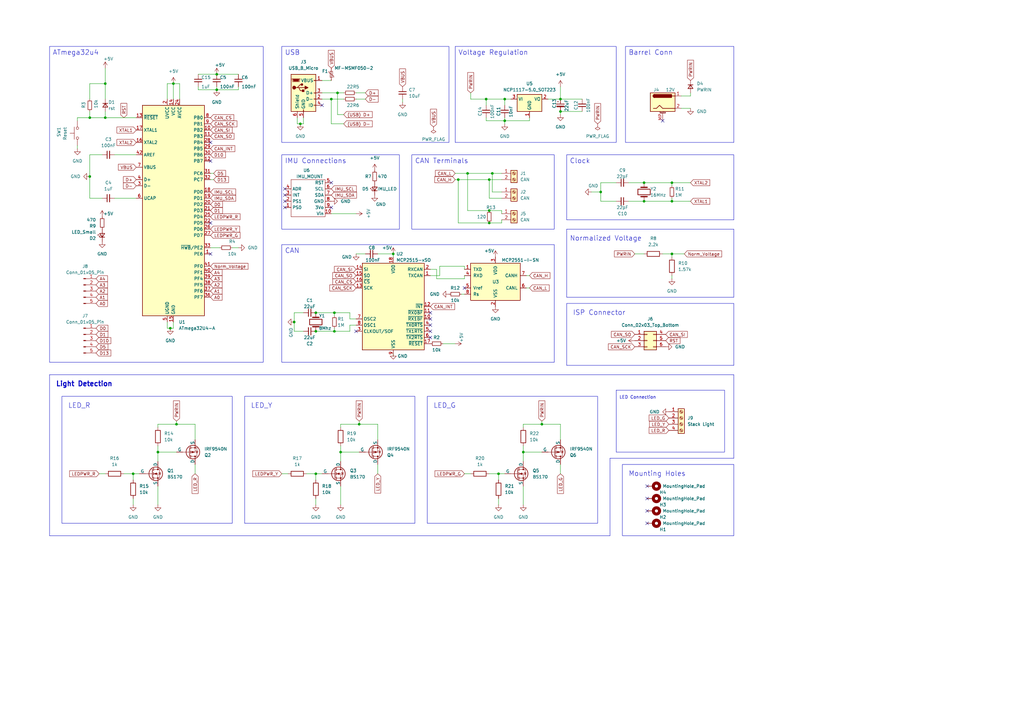
<source format=kicad_sch>
(kicad_sch (version 20230121) (generator eeschema)
  (paper "A3")
  (junction (at 137.16 128.27))
  (junction (at 207.01 49.53))
  (junction (at 191.77 71.12))
  (junction (at 72.39 173.99))
  (junction (at 222.25 173.99))
  (junction (at 199.39 40.64))
  (junction (at 64.77 185.42))
  (junction (at 129.54 135.89))
  (junction (at 36.83 72.39))
  (junction (at 129.54 194.31))
  (junction (at 138.43 38.1))
  (junction (at 200.66 73.66))
  (junction (at 264.16 82.55))
  (junction (at 229.87 45.72))
  (junction (at 161.29 104.14))
  (junction (at 207.01 40.64))
  (junction (at 201.93 71.12))
  (junction (at 264.16 74.93))
  (junction (at 54.61 194.31))
  (junction (at 43.18 34.29))
  (junction (at 229.87 40.64))
  (junction (at 275.59 82.55))
  (junction (at 36.83 48.26))
  (junction (at 120.65 132.08))
  (junction (at 204.47 194.31))
  (junction (at 137.16 135.89))
  (junction (at 88.9 36.83))
  (junction (at 214.63 185.42))
  (junction (at 200.66 86.36))
  (junction (at 88.9 30.48))
  (junction (at 139.7 185.42))
  (junction (at 187.96 73.66))
  (junction (at 69.85 134.62))
  (junction (at 275.59 104.14))
  (junction (at 275.59 74.93))
  (junction (at 129.54 128.27))
  (junction (at 135.89 40.64))
  (junction (at 71.12 34.29))
  (junction (at 200.66 91.44))
  (junction (at 147.32 173.99))
  (junction (at 246.38 78.74))
  (junction (at 43.18 48.26))
  (junction (at 123.19 50.8))
  (no_connect (at 135.89 85.09))
  (no_connect (at 265.43 204.47))
  (no_connect (at 265.43 214.63))
  (no_connect (at 116.84 82.55))
  (no_connect (at 146.05 135.89))
  (no_connect (at 265.43 199.39))
  (no_connect (at 132.08 43.18))
  (no_connect (at 176.53 138.43))
  (no_connect (at 116.84 77.47))
  (no_connect (at 116.84 85.09))
  (no_connect (at 86.36 91.44))
  (no_connect (at 86.36 58.42))
  (no_connect (at 176.53 135.89))
  (no_connect (at 271.78 49.53))
  (no_connect (at 86.36 104.14))
  (no_connect (at 176.53 130.81))
  (no_connect (at 176.53 128.27))
  (no_connect (at 86.36 66.04))
  (no_connect (at 176.53 133.35))
  (no_connect (at 190.5 118.11))
  (no_connect (at 265.43 209.55))
  (no_connect (at 135.89 74.93))
  (no_connect (at 116.84 80.01))
  (wire (pts (xy 271.78 104.14) (xy 275.59 104.14)))
  (wire (pts (xy 125.73 194.31) (xy 129.54 194.31)))
  (wire (pts (xy 64.77 185.42) (xy 64.77 189.23)))
  (wire (pts (xy 207.01 49.53) (xy 207.01 50.8)))
  (wire (pts (xy 224.79 40.64) (xy 229.87 40.64)))
  (wire (pts (xy 193.04 38.1) (xy 193.04 40.64)))
  (wire (pts (xy 200.66 91.44) (xy 205.74 91.44)))
  (wire (pts (xy 87.63 73.66) (xy 86.36 73.66)))
  (wire (pts (xy 199.39 40.64) (xy 199.39 43.18)))
  (wire (pts (xy 132.08 33.02) (xy 135.89 33.02)))
  (wire (pts (xy 143.51 130.81) (xy 146.05 130.81)))
  (wire (pts (xy 43.18 27.94) (xy 43.18 34.29)))
  (polyline (pts (xy 250.19 187.96) (xy 250.19 219.71)))
  (wire (pts (xy 207.01 40.64) (xy 207.01 43.18)))
  (wire (pts (xy 71.12 134.62) (xy 69.85 134.62)))
  (wire (pts (xy 132.08 40.64) (xy 135.89 40.64)))
  (wire (pts (xy 242.57 78.74) (xy 246.38 78.74)))
  (wire (pts (xy 73.66 40.64) (xy 73.66 34.29)))
  (wire (pts (xy 31.75 49.53) (xy 31.75 48.26)))
  (wire (pts (xy 205.74 91.44) (xy 205.74 90.17)))
  (wire (pts (xy 50.8 194.31) (xy 54.61 194.31)))
  (wire (pts (xy 137.16 128.27) (xy 137.16 129.54)))
  (wire (pts (xy 139.7 199.39) (xy 139.7 207.01)))
  (wire (pts (xy 120.65 135.89) (xy 124.46 135.89)))
  (wire (pts (xy 143.51 135.89) (xy 143.51 133.35)))
  (wire (pts (xy 246.38 74.93) (xy 252.73 74.93)))
  (polyline (pts (xy 300.99 153.67) (xy 300.99 187.96)))
  (wire (pts (xy 215.9 113.03) (xy 217.17 113.03)))
  (wire (pts (xy 190.5 109.22) (xy 190.5 110.49)))
  (wire (pts (xy 138.43 38.1) (xy 140.97 38.1)))
  (polyline (pts (xy 20.32 153.67) (xy 300.99 153.67)))
  (wire (pts (xy 115.57 194.31) (xy 118.11 194.31)))
  (wire (pts (xy 283.21 39.37) (xy 283.21 38.1)))
  (wire (pts (xy 81.28 36.83) (xy 88.9 36.83)))
  (wire (pts (xy 205.74 86.36) (xy 205.74 87.63)))
  (wire (pts (xy 229.87 40.64) (xy 238.76 40.64)))
  (wire (pts (xy 279.4 39.37) (xy 283.21 39.37)))
  (wire (pts (xy 95.25 101.6) (xy 97.79 101.6)))
  (wire (pts (xy 68.58 134.62) (xy 69.85 134.62)))
  (wire (pts (xy 138.43 38.1) (xy 138.43 46.99)))
  (wire (pts (xy 201.93 71.12) (xy 201.93 78.74)))
  (wire (pts (xy 72.39 173.99) (xy 80.01 173.99)))
  (wire (pts (xy 54.61 194.31) (xy 54.61 196.85)))
  (wire (pts (xy 36.83 81.28) (xy 41.91 81.28)))
  (wire (pts (xy 68.58 40.64) (xy 68.58 34.29)))
  (wire (pts (xy 129.54 194.31) (xy 129.54 196.85)))
  (wire (pts (xy 246.38 78.74) (xy 246.38 82.55)))
  (wire (pts (xy 68.58 34.29) (xy 71.12 34.29)))
  (wire (pts (xy 161.29 144.78) (xy 161.29 146.05)))
  (wire (pts (xy 200.66 86.36) (xy 205.74 86.36)))
  (wire (pts (xy 143.51 133.35) (xy 146.05 133.35)))
  (wire (pts (xy 275.59 81.28) (xy 275.59 82.55)))
  (wire (pts (xy 124.46 48.26) (xy 124.46 50.8)))
  (wire (pts (xy 200.66 81.28) (xy 205.74 81.28)))
  (wire (pts (xy 275.59 113.03) (xy 275.59 114.3)))
  (wire (pts (xy 154.94 173.99) (xy 154.94 180.34)))
  (wire (pts (xy 135.89 87.63) (xy 146.05 87.63)))
  (wire (pts (xy 43.18 34.29) (xy 43.18 40.64)))
  (wire (pts (xy 147.32 173.99) (xy 147.32 172.72)))
  (wire (pts (xy 36.83 34.29) (xy 43.18 34.29)))
  (wire (pts (xy 229.87 45.72) (xy 238.76 45.72)))
  (wire (pts (xy 207.01 40.64) (xy 209.55 40.64)))
  (wire (pts (xy 154.94 190.5) (xy 154.94 194.31)))
  (wire (pts (xy 214.63 185.42) (xy 214.63 189.23)))
  (wire (pts (xy 161.29 104.14) (xy 161.29 105.41)))
  (wire (pts (xy 64.77 199.39) (xy 64.77 207.01)))
  (wire (pts (xy 181.61 140.97) (xy 186.69 140.97)))
  (wire (pts (xy 68.58 132.08) (xy 68.58 134.62)))
  (wire (pts (xy 64.77 173.99) (xy 72.39 173.99)))
  (wire (pts (xy 146.05 38.1) (xy 149.86 38.1)))
  (wire (pts (xy 257.81 74.93) (xy 264.16 74.93)))
  (wire (pts (xy 71.12 34.29) (xy 71.12 40.64)))
  (wire (pts (xy 137.16 128.27) (xy 143.51 128.27)))
  (wire (pts (xy 139.7 185.42) (xy 139.7 182.88)))
  (wire (pts (xy 146.05 40.64) (xy 149.86 40.64)))
  (wire (pts (xy 193.04 40.64) (xy 199.39 40.64)))
  (wire (pts (xy 132.08 38.1) (xy 138.43 38.1)))
  (wire (pts (xy 154.94 104.14) (xy 161.29 104.14)))
  (wire (pts (xy 80.01 173.99) (xy 80.01 180.34)))
  (wire (pts (xy 129.54 135.89) (xy 137.16 135.89)))
  (polyline (pts (xy 300.99 187.96) (xy 250.19 187.96)))
  (wire (pts (xy 214.63 185.42) (xy 222.25 185.42)))
  (wire (pts (xy 120.65 128.27) (xy 124.46 128.27)))
  (wire (pts (xy 88.9 35.56) (xy 88.9 36.83)))
  (wire (pts (xy 180.34 109.22) (xy 180.34 113.03)))
  (wire (pts (xy 180.34 109.22) (xy 190.5 109.22)))
  (wire (pts (xy 165.1 41.91) (xy 165.1 40.64)))
  (wire (pts (xy 71.12 132.08) (xy 71.12 134.62)))
  (wire (pts (xy 279.4 44.45) (xy 283.21 44.45)))
  (wire (pts (xy 87.63 71.12) (xy 86.36 71.12)))
  (wire (pts (xy 199.39 48.26) (xy 199.39 49.53)))
  (wire (pts (xy 217.17 49.53) (xy 207.01 49.53)))
  (wire (pts (xy 88.9 36.83) (xy 97.79 36.83)))
  (wire (pts (xy 135.89 40.64) (xy 135.89 50.8)))
  (wire (pts (xy 81.28 36.83) (xy 81.28 35.56)))
  (wire (pts (xy 129.54 204.47) (xy 129.54 207.01)))
  (wire (pts (xy 257.81 82.55) (xy 264.16 82.55)))
  (wire (pts (xy 43.18 48.26) (xy 55.88 48.26)))
  (wire (pts (xy 137.16 134.62) (xy 137.16 135.89)))
  (wire (pts (xy 190.5 194.31) (xy 193.04 194.31)))
  (wire (pts (xy 179.07 114.3) (xy 190.5 114.3)))
  (wire (pts (xy 190.5 120.65) (xy 189.23 120.65)))
  (wire (pts (xy 222.25 173.99) (xy 222.25 172.72)))
  (wire (pts (xy 204.47 194.31) (xy 204.47 196.85)))
  (wire (pts (xy 143.51 128.27) (xy 143.51 130.81)))
  (wire (pts (xy 204.47 204.47) (xy 204.47 207.01)))
  (wire (pts (xy 214.63 185.42) (xy 214.63 182.88)))
  (wire (pts (xy 41.91 63.5) (xy 36.83 63.5)))
  (wire (pts (xy 229.87 45.72) (xy 229.87 46.99)))
  (wire (pts (xy 199.39 49.53) (xy 207.01 49.53)))
  (wire (pts (xy 200.66 91.44) (xy 187.96 91.44)))
  (wire (pts (xy 121.92 50.8) (xy 123.19 50.8)))
  (wire (pts (xy 264.16 82.55) (xy 275.59 82.55)))
  (wire (pts (xy 229.87 35.56) (xy 229.87 40.64)))
  (wire (pts (xy 86.36 101.6) (xy 90.17 101.6)))
  (wire (pts (xy 186.69 73.66) (xy 187.96 73.66)))
  (wire (pts (xy 46.99 81.28) (xy 55.88 81.28)))
  (wire (pts (xy 229.87 173.99) (xy 229.87 180.34)))
  (wire (pts (xy 64.77 185.42) (xy 72.39 185.42)))
  (wire (pts (xy 147.32 173.99) (xy 154.94 173.99)))
  (wire (pts (xy 199.39 40.64) (xy 207.01 40.64)))
  (wire (pts (xy 123.19 50.8) (xy 124.46 50.8)))
  (wire (pts (xy 36.83 63.5) (xy 36.83 72.39)))
  (polyline (pts (xy 20.32 219.71) (xy 20.32 153.67)))
  (wire (pts (xy 73.66 34.29) (xy 71.12 34.29)))
  (wire (pts (xy 36.83 45.72) (xy 36.83 48.26)))
  (wire (pts (xy 138.43 46.99) (xy 140.97 46.99)))
  (wire (pts (xy 36.83 72.39) (xy 36.83 81.28)))
  (wire (pts (xy 120.65 132.08) (xy 120.65 128.27)))
  (wire (pts (xy 229.87 190.5) (xy 229.87 194.31)))
  (wire (pts (xy 55.88 63.5) (xy 46.99 63.5)))
  (wire (pts (xy 264.16 74.93) (xy 275.59 74.93)))
  (wire (pts (xy 36.83 40.64) (xy 36.83 34.29)))
  (wire (pts (xy 215.9 118.11) (xy 217.17 118.11)))
  (wire (pts (xy 204.47 194.31) (xy 207.01 194.31)))
  (wire (pts (xy 121.92 48.26) (xy 121.92 50.8)))
  (wire (pts (xy 176.53 110.49) (xy 179.07 110.49)))
  (wire (pts (xy 54.61 204.47) (xy 54.61 207.01)))
  (wire (pts (xy 222.25 173.99) (xy 229.87 173.99)))
  (wire (pts (xy 217.17 48.26) (xy 217.17 49.53)))
  (wire (pts (xy 36.83 48.26) (xy 43.18 48.26)))
  (wire (pts (xy 146.05 104.14) (xy 149.86 104.14)))
  (wire (pts (xy 139.7 185.42) (xy 147.32 185.42)))
  (wire (pts (xy 200.66 73.66) (xy 200.66 81.28)))
  (wire (pts (xy 214.63 173.99) (xy 214.63 175.26)))
  (wire (pts (xy 81.28 30.48) (xy 88.9 30.48)))
  (wire (pts (xy 135.89 40.64) (xy 140.97 40.64)))
  (wire (pts (xy 275.59 82.55) (xy 283.21 82.55)))
  (wire (pts (xy 129.54 128.27) (xy 137.16 128.27)))
  (wire (pts (xy 135.89 50.8) (xy 140.97 50.8)))
  (wire (pts (xy 275.59 104.14) (xy 280.67 104.14)))
  (wire (pts (xy 31.75 48.26) (xy 36.83 48.26)))
  (wire (pts (xy 120.65 132.08) (xy 120.65 135.89)))
  (polyline (pts (xy 250.19 219.71) (xy 20.32 219.71)))
  (wire (pts (xy 275.59 74.93) (xy 275.59 76.2)))
  (wire (pts (xy 64.77 173.99) (xy 64.77 175.26)))
  (wire (pts (xy 88.9 30.48) (xy 97.79 30.48)))
  (wire (pts (xy 214.63 173.99) (xy 222.25 173.99)))
  (wire (pts (xy 201.93 78.74) (xy 205.74 78.74)))
  (wire (pts (xy 187.96 73.66) (xy 200.66 73.66)))
  (wire (pts (xy 187.96 91.44) (xy 187.96 73.66)))
  (wire (pts (xy 64.77 185.42) (xy 64.77 182.88)))
  (wire (pts (xy 40.64 194.31) (xy 43.18 194.31)))
  (wire (pts (xy 54.61 194.31) (xy 57.15 194.31)))
  (wire (pts (xy 200.66 73.66) (xy 205.74 73.66)))
  (wire (pts (xy 72.39 173.99) (xy 72.39 172.72)))
  (wire (pts (xy 139.7 173.99) (xy 139.7 175.26)))
  (wire (pts (xy 179.07 110.49) (xy 179.07 114.3)))
  (wire (pts (xy 186.69 71.12) (xy 191.77 71.12)))
  (wire (pts (xy 129.54 194.31) (xy 132.08 194.31)))
  (wire (pts (xy 275.59 74.93) (xy 283.21 74.93)))
  (wire (pts (xy 246.38 82.55) (xy 252.73 82.55)))
  (wire (pts (xy 97.79 36.83) (xy 97.79 35.56)))
  (wire (pts (xy 201.93 71.12) (xy 205.74 71.12)))
  (wire (pts (xy 191.77 86.36) (xy 191.77 71.12)))
  (wire (pts (xy 275.59 105.41) (xy 275.59 104.14)))
  (wire (pts (xy 260.35 104.14) (xy 264.16 104.14)))
  (wire (pts (xy 43.18 45.72) (xy 43.18 48.26)))
  (wire (pts (xy 200.66 194.31) (xy 204.47 194.31)))
  (wire (pts (xy 139.7 173.99) (xy 147.32 173.99)))
  (wire (pts (xy 139.7 185.42) (xy 139.7 189.23)))
  (wire (pts (xy 80.01 190.5) (xy 80.01 194.31)))
  (wire (pts (xy 31.75 59.69) (xy 31.75 60.96)))
  (wire (pts (xy 214.63 199.39) (xy 214.63 207.01)))
  (wire (pts (xy 200.66 86.36) (xy 191.77 86.36)))
  (wire (pts (xy 137.16 135.89) (xy 143.51 135.89)))
  (wire (pts (xy 190.5 114.3) (xy 190.5 113.03)))
  (wire (pts (xy 176.53 113.03) (xy 180.34 113.03)))
  (wire (pts (xy 246.38 78.74) (xy 246.38 74.93)))
  (wire (pts (xy 191.77 71.12) (xy 201.93 71.12)))
  (wire (pts (xy 207.01 48.26) (xy 207.01 49.53)))
  (rectangle (start 168.91 63.5) (end 227.33 93.98))
  (rectangle (start 256.54 19.05) (end 300.99 58.42))
  (rectangle (start 232.41 63.5) (end 300.99 90.17))
  (rectangle (start 232.41 124.46) (end 300.99 149.86))
  (rectangle (start 20.32 19.05) (end 107.95 148.59))
  (rectangle (start 100.33 162.56) (end 170.18 214.63))
  (rectangle (start 175.26 162.56) (end 245.11 214.63))
  (rectangle (start 255.27 190.5) (end 300.99 219.71))
  (rectangle (start 115.57 100.33) (end 227.33 148.59))
  (rectangle (start 115.57 19.05) (end 184.15 58.42))
  (rectangle (start 232.41 93.98) (end 300.99 121.92))
  (rectangle (start 25.4 162.56) (end 95.25 214.63))
  (rectangle (start 115.57 63.5) (end 163.83 93.98))
  (rectangle (start 252.73 160.02) (end 297.18 185.42))
  (rectangle (start 186.69 19.05) (end 252.73 58.42))
  (text "Mounting Holes" (at 257.81 195.58 0) (effects (font (size 2 2)) (justify left bottom)))
  (text "Voltage Regulation" (at 187.96 22.86 0) (effects (font (size 2 2)) (justify left bottom)))
  (text "CAN" (at 116.84 104.14 0) (effects (font (size 2 2)) (justify left bottom)))
  (text "CAN Terminals" (at 170.18 67.31 0) (effects (font (size 2 2)) (justify left bottom)))
  (text "USB\n" (at 116.84 22.86 0) (effects (font (size 2 2)) (justify left bottom)))
  (text "Light Detection " (at 22.86 158.75 0) (effects (font (size 2 2) (thickness 0.4) bold) (justify left bottom)))
  (text "Barrel Conn\n" (at 257.81 22.86 0) (effects (font (size 2 2)) (justify left bottom)))
  (text "LED_R" (at 27.94 167.64 0) (effects (font (size 2 2)) (justify left bottom)))
  (text "Normalized Voltage" (at 233.68 99.06 0) (effects (font (size 2 2)) (justify left bottom)))
  (text "ISP Connector\n" (at 234.95 129.54 0) (effects (font (size 2 2)) (justify left bottom)))
  (text "IMU Connections\n" (at 116.84 67.31 0) (effects (font (size 2 2)) (justify left bottom)))
  (text "Clock\n" (at 233.68 67.31 0) (effects (font (size 2 2)) (justify left bottom)))
  (text "LED Connection" (at 254 163.83 0) (effects (font (size 1.27 1.27)) (justify left bottom)))
  (text "LED_G" (at 177.8 167.64 0) (effects (font (size 2 2)) (justify left bottom)))
  (text "LED_Y" (at 102.87 167.64 0) (effects (font (size 2 2)) (justify left bottom)))
  (text "ATmega32u4\n" (at 21.59 22.86 0) (effects (font (size 2 2)) (justify left bottom)))
  (global_label "D+" (shape input) (at 55.88 73.66 180) (property "Intersheetrefs" "${INTERSHEET_REFS}" (at 50.0524 73.66 0) (effects (justify right))))
  (global_label "A1" (shape input) (at 86.36 119.38 0) (property "Intersheetrefs" "${INTERSHEET_REFS}" (at 91.6433 119.38 0) (effects (justify left))))
  (global_label "CAN_SO" (shape input) (at 146.05 113.03 180) (property "Intersheetrefs" "${INTERSHEET_REFS}" (at 135.8681 113.03 0) (effects (justify right))))
  (global_label "LED_Y" (shape input) (at 154.94 194.31 270) (property "Intersheetrefs" "${INTERSHEET_REFS}" (at 154.94 202.7985 90) (effects (justify right))))
  (global_label "LED_G" (shape input) (at 274.32 171.45 180) (property "Intersheetrefs" "${INTERSHEET_REFS}" (at 265.6501 171.45 0) (effects (justify right))))
  (global_label "PWRIN" (shape input) (at 222.25 172.72 90) (property "Intersheetrefs" "${INTERSHEET_REFS}" (at 222.25 163.8081 90) (effects (justify left))))
  (global_label "CAN_SI" (shape input) (at 86.36 53.34 0) (property "Intersheetrefs" "${INTERSHEET_REFS}" (at 95.8162 53.34 0) (effects (justify left))))
  (global_label "A2" (shape input) (at 86.36 116.84 0) (property "Intersheetrefs" "${INTERSHEET_REFS}" (at 91.6433 116.84 0) (effects (justify left))))
  (global_label "PWRIN" (shape input) (at 147.32 172.72 90) (property "Intersheetrefs" "${INTERSHEET_REFS}" (at 147.32 163.8081 90) (effects (justify left))))
  (global_label "LED_G" (shape input) (at 229.87 194.31 270) (property "Intersheetrefs" "${INTERSHEET_REFS}" (at 229.87 202.9799 90) (effects (justify right))))
  (global_label "IMU_SCL" (shape input) (at 135.89 77.47 0) (property "Intersheetrefs" "${INTERSHEET_REFS}" (at 146.7371 77.47 0) (effects (justify left))))
  (global_label "CAN_SO" (shape input) (at 86.36 55.88 0) (property "Intersheetrefs" "${INTERSHEET_REFS}" (at 96.5419 55.88 0) (effects (justify left))))
  (global_label "D10" (shape input) (at 39.37 139.7 0) (property "Intersheetrefs" "${INTERSHEET_REFS}" (at 46.0442 139.7 0) (effects (justify left))))
  (global_label "(USB) D+" (shape input) (at 140.97 46.99 0) (property "Intersheetrefs" "${INTERSHEET_REFS}" (at 153.2686 46.99 0) (effects (justify left))))
  (global_label "A1" (shape input) (at 39.37 121.92 0) (property "Intersheetrefs" "${INTERSHEET_REFS}" (at 44.6533 121.92 0) (effects (justify left))))
  (global_label "IMU_SDA" (shape input) (at 86.36 81.28 0) (property "Intersheetrefs" "${INTERSHEET_REFS}" (at 97.2676 81.28 0) (effects (justify left))))
  (global_label "CAN_CS" (shape input) (at 86.36 48.26 0) (property "Intersheetrefs" "${INTERSHEET_REFS}" (at 96.4814 48.26 0) (effects (justify left))))
  (global_label "A0" (shape input) (at 86.36 121.92 0) (property "Intersheetrefs" "${INTERSHEET_REFS}" (at 91.6433 121.92 0) (effects (justify left))))
  (global_label "LEDPWR_G" (shape input) (at 86.36 96.52 0) (property "Intersheetrefs" "${INTERSHEET_REFS}" (at 99.0213 96.52 0) (effects (justify left))))
  (global_label "LED_R" (shape input) (at 80.01 194.31 270) (property "Intersheetrefs" "${INTERSHEET_REFS}" (at 80.01 202.9799 90) (effects (justify right))))
  (global_label "LEDPWR_Y" (shape input) (at 115.57 194.31 180) (property "Intersheetrefs" "${INTERSHEET_REFS}" (at 103.0901 194.31 0) (effects (justify right))))
  (global_label "D0" (shape input) (at 86.36 83.82 0) (property "Intersheetrefs" "${INTERSHEET_REFS}" (at 91.8247 83.82 0) (effects (justify left))))
  (global_label "VBUS" (shape input) (at 165.1 35.56 90) (property "Intersheetrefs" "${INTERSHEET_REFS}" (at 165.1 27.6762 90) (effects (justify left))))
  (global_label "D13" (shape input) (at 39.37 144.78 0) (property "Intersheetrefs" "${INTERSHEET_REFS}" (at 46.0442 144.78 0) (effects (justify left))))
  (global_label "D1" (shape input) (at 39.37 137.16 0) (property "Intersheetrefs" "${INTERSHEET_REFS}" (at 44.8347 137.16 0) (effects (justify left))))
  (global_label "CAN_SCK" (shape input) (at 146.05 118.11 180) (property "Intersheetrefs" "${INTERSHEET_REFS}" (at 134.6586 118.11 0) (effects (justify right))))
  (global_label "D10" (shape input) (at 86.36 63.5 0) (property "Intersheetrefs" "${INTERSHEET_REFS}" (at 93.0342 63.5 0) (effects (justify left))))
  (global_label "D5" (shape input) (at 87.63 71.12 0) (property "Intersheetrefs" "${INTERSHEET_REFS}" (at 93.0947 71.12 0) (effects (justify left))))
  (global_label "IMU_SCL" (shape input) (at 86.36 78.74 0) (property "Intersheetrefs" "${INTERSHEET_REFS}" (at 97.2071 78.74 0) (effects (justify left))))
  (global_label "D13" (shape input) (at 87.63 73.66 0) (property "Intersheetrefs" "${INTERSHEET_REFS}" (at 94.3042 73.66 0) (effects (justify left))))
  (global_label "A3" (shape input) (at 86.36 114.3 0) (property "Intersheetrefs" "${INTERSHEET_REFS}" (at 91.6433 114.3 0) (effects (justify left))))
  (global_label "D-" (shape input) (at 55.88 76.2 180) (property "Intersheetrefs" "${INTERSHEET_REFS}" (at 50.0524 76.2 0) (effects (justify right))))
  (global_label "CAN_SCK" (shape input) (at 260.35 142.24 180) (property "Intersheetrefs" "${INTERSHEET_REFS}" (at 248.9586 142.24 0) (effects (justify right))))
  (global_label "Norm_Voltage" (shape input) (at 280.67 104.14 0) (property "Intersheetrefs" "${INTERSHEET_REFS}" (at 296.5969 104.14 0) (effects (justify left))))
  (global_label "XTAL2" (shape input) (at 283.21 74.93 0) (property "Intersheetrefs" "${INTERSHEET_REFS}" (at 291.6985 74.93 0) (effects (justify left))))
  (global_label "VBUS" (shape input) (at 177.8 52.07 90) (property "Intersheetrefs" "${INTERSHEET_REFS}" (at 177.8 44.1862 90) (effects (justify left))))
  (global_label "XTAL1" (shape input) (at 55.88 53.34 180) (property "Intersheetrefs" "${INTERSHEET_REFS}" (at 47.3915 53.34 0) (effects (justify right))))
  (global_label "RST" (shape input) (at 50.8 48.26 90) (property "Intersheetrefs" "${INTERSHEET_REFS}" (at 50.8 41.8277 90) (effects (justify left))))
  (global_label "PWRIN" (shape input) (at 283.21 33.02 90) (property "Intersheetrefs" "${INTERSHEET_REFS}" (at 283.21 24.1081 90) (effects (justify left))))
  (global_label "CAN_CS" (shape input) (at 146.05 115.57 180) (property "Intersheetrefs" "${INTERSHEET_REFS}" (at 135.9286 115.57 0) (effects (justify right))))
  (global_label "CAN_INT" (shape input) (at 176.53 125.73 0) (property "Intersheetrefs" "${INTERSHEET_REFS}" (at 187.0748 125.73 0) (effects (justify left))))
  (global_label "A0" (shape input) (at 39.37 124.46 0) (property "Intersheetrefs" "${INTERSHEET_REFS}" (at 44.6533 124.46 0) (effects (justify left))))
  (global_label "A3" (shape input) (at 39.37 116.84 0) (property "Intersheetrefs" "${INTERSHEET_REFS}" (at 44.6533 116.84 0) (effects (justify left))))
  (global_label "LEDPWR_Y" (shape input) (at 86.36 93.98 0) (property "Intersheetrefs" "${INTERSHEET_REFS}" (at 98.8399 93.98 0) (effects (justify left))))
  (global_label "LEDPWR_R" (shape input) (at 86.36 88.9 0) (property "Intersheetrefs" "${INTERSHEET_REFS}" (at 99.0213 88.9 0) (effects (justify left))))
  (global_label "CAN_SO" (shape input) (at 260.35 137.16 180) (property "Intersheetrefs" "${INTERSHEET_REFS}" (at 250.1681 137.16 0) (effects (justify right))))
  (global_label "LED_Y" (shape input) (at 274.32 173.99 180) (property "Intersheetrefs" "${INTERSHEET_REFS}" (at 265.8315 173.99 0) (effects (justify right))))
  (global_label "CAN_H" (shape input) (at 186.69 73.66 180) (property "Intersheetrefs" "${INTERSHEET_REFS}" (at 177.7176 73.66 0) (effects (justify right))))
  (global_label "D+" (shape input) (at 149.86 38.1 0) (property "Intersheetrefs" "${INTERSHEET_REFS}" (at 155.6876 38.1 0) (effects (justify left))))
  (global_label "CAN_L" (shape input) (at 217.17 118.11 0) (property "Intersheetrefs" "${INTERSHEET_REFS}" (at 225.84 118.11 0) (effects (justify left))))
  (global_label "PWRIN" (shape input) (at 72.39 172.72 90) (property "Intersheetrefs" "${INTERSHEET_REFS}" (at 72.39 163.8081 90) (effects (justify left))))
  (global_label "CAN_SI" (shape input) (at 146.05 110.49 180) (property "Intersheetrefs" "${INTERSHEET_REFS}" (at 136.5938 110.49 0) (effects (justify right))))
  (global_label "A4" (shape input) (at 86.36 111.76 0) (property "Intersheetrefs" "${INTERSHEET_REFS}" (at 91.6433 111.76 0) (effects (justify left))))
  (global_label "PWRIN" (shape input) (at 193.04 38.1 90) (property "Intersheetrefs" "${INTERSHEET_REFS}" (at 193.04 29.1881 90) (effects (justify left))))
  (global_label "LED_R" (shape input) (at 274.32 176.53 180) (property "Intersheetrefs" "${INTERSHEET_REFS}" (at 265.6501 176.53 0) (effects (justify right))))
  (global_label "A4" (shape input) (at 39.37 114.3 0) (property "Intersheetrefs" "${INTERSHEET_REFS}" (at 44.6533 114.3 0) (effects (justify left))))
  (global_label "XTAL2" (shape input) (at 55.88 58.42 180) (property "Intersheetrefs" "${INTERSHEET_REFS}" (at 47.3915 58.42 0) (effects (justify right))))
  (global_label "Norm_Voltage" (shape input) (at 86.36 109.22 0) (property "Intersheetrefs" "${INTERSHEET_REFS}" (at 102.2869 109.22 0) (effects (justify left))))
  (global_label "A2" (shape input) (at 39.37 119.38 0) (property "Intersheetrefs" "${INTERSHEET_REFS}" (at 44.6533 119.38 0) (effects (justify left))))
  (global_label "CAN_INT" (shape input) (at 86.36 60.96 0) (property "Intersheetrefs" "${INTERSHEET_REFS}" (at 96.9048 60.96 0) (effects (justify left))))
  (global_label "CAN_L" (shape input) (at 186.69 71.12 180) (property "Intersheetrefs" "${INTERSHEET_REFS}" (at 178.02 71.12 0) (effects (justify right))))
  (global_label "D5" (shape input) (at 39.37 142.24 0) (property "Intersheetrefs" "${INTERSHEET_REFS}" (at 44.8347 142.24 0) (effects (justify left))))
  (global_label "XTAL1" (shape input) (at 283.21 82.55 0) (property "Intersheetrefs" "${INTERSHEET_REFS}" (at 291.6985 82.55 0) (effects (justify left))))
  (global_label "PWRIN" (shape input) (at 260.35 104.14 180) (property "Intersheetrefs" "${INTERSHEET_REFS}" (at 251.4381 104.14 0) (effects (justify right))))
  (global_label "IMU_SDA" (shape input) (at 135.89 80.01 0) (property "Intersheetrefs" "${INTERSHEET_REFS}" (at 146.7976 80.01 0) (effects (justify left))))
  (global_label "LEDPWR_G" (shape input) (at 190.5 194.31 180) (property "Intersheetrefs" "${INTERSHEET_REFS}" (at 177.8387 194.31 0) (effects (justify right))))
  (global_label "RST" (shape input) (at 273.05 139.7 0) (property "Intersheetrefs" "${INTERSHEET_REFS}" (at 279.4823 139.7 0) (effects (justify left))))
  (global_label "CAN_SI" (shape input) (at 273.05 137.16 0) (property "Intersheetrefs" "${INTERSHEET_REFS}" (at 282.5062 137.16 0) (effects (justify left))))
  (global_label "CAN_SCK" (shape input) (at 86.36 50.8 0) (property "Intersheetrefs" "${INTERSHEET_REFS}" (at 97.7514 50.8 0) (effects (justify left))))
  (global_label "(USB) D-" (shape input) (at 140.97 50.8 0) (property "Intersheetrefs" "${INTERSHEET_REFS}" (at 153.2686 50.8 0) (effects (justify left))))
  (global_label "VBUS" (shape input) (at 55.88 68.58 180) (property "Intersheetrefs" "${INTERSHEET_REFS}" (at 47.9962 68.58 0) (effects (justify right))))
  (global_label "VBUS" (shape input) (at 135.89 27.94 90) (property "Intersheetrefs" "${INTERSHEET_REFS}" (at 135.89 20.0562 90) (effects (justify left))))
  (global_label "CAN_H" (shape input) (at 217.17 113.03 0) (property "Intersheetrefs" "${INTERSHEET_REFS}" (at 226.1424 113.03 0) (effects (justify left))))
  (global_label "LEDPWR_R" (shape input) (at 40.64 194.31 180) (property "Intersheetrefs" "${INTERSHEET_REFS}" (at 27.9787 194.31 0) (effects (justify right))))
  (global_label "D-" (shape input) (at 149.86 40.64 0) (property "Intersheetrefs" "${INTERSHEET_REFS}" (at 155.6876 40.64 0) (effects (justify left))))
  (global_label "D1" (shape input) (at 86.36 86.36 0) (property "Intersheetrefs" "${INTERSHEET_REFS}" (at 91.8247 86.36 0) (effects (justify left))))
  (global_label "D0" (shape input) (at 39.37 134.62 0) (property "Intersheetrefs" "${INTERSHEET_REFS}" (at 44.8347 134.62 0) (effects (justify left))))
  (global_label "PWRIN" (shape input) (at 245.11 50.8 90) (property "Intersheetrefs" "${INTERSHEET_REFS}" (at 245.11 41.8881 90) (effects (justify left))))
  (symbol (lib_id "power:GND") (at 36.83 72.39 270) (unit 1)
    (property "Reference" "#PWR010" (effects hide))
    (property "Value" "GND" (at 33.02 72.39 90) (effects (justify right)))
  )
  (symbol (lib_id "Connector:Conn_01x05_Pin") (at 34.29 119.38 0) (unit 1)
    (property "Reference" "J8" (at 34.925 109.22 0))
    (property "Value" "Conn_01x05_Pin" (at 34.925 111.76 0))
    (property "Footprint" "Connector_PinHeader_2.54mm:PinHeader_1x05_P2.54mm_Vertical" (effects hide))
  )
  (symbol (lib_id "Device:C_Small") (at 81.28 33.02 0) (unit 1)
    (property "Reference" "C15" (at 82.55 31.75 0) (effects (justify left)))
    (property "Value" "1uF" (at 82.55 35.56 0) (effects (justify left)))
    (property "Footprint" "Capacitor_SMD:C_0805_2012Metric_Pad1.18x1.45mm_HandSolder" (effects hide))
  )
  (symbol (lib_id "Mechanical:MountingHole_Pad") (at 267.97 199.39 270) (unit 1)
    (property "Reference" "H4" (at 270.51 201.93 90) (effects (justify left)))
    (property "Value" "MountingHole_Pad" (at 271.78 199.39 90) (effects (justify left)))
    (property "Footprint" "MountingHole:MountingHole_3.2mm_M3_DIN965_Pad" (effects hide))
  )
  (symbol (lib_id "power:+5V") (at 43.18 27.94 0) (unit 1)
    (property "Reference" "#PWR012" (effects hide))
    (property "Value" "+5V" (at 44.45 24.13 0))
  )
  (symbol (lib_id "Device:C_Small") (at 207.01 45.72 180) (unit 1)
    (property "Reference" "C11" (at 204.47 45.72 90))
    (property "Value" "10nF" (at 209.55 45.72 90))
    (property "Footprint" "Capacitor_SMD:C_0805_2012Metric_Pad1.18x1.45mm_HandSolder" (effects hide))
  )
  (symbol (lib_id "Device:R") (at 214.63 179.07 0) (unit 1)
    (property "Reference" "R22" (at 217.17 177.8 0) (effects (justify left)))
    (property "Value" "10k" (at 217.17 180.34 0) (effects (justify left)))
    (property "Footprint" "Resistor_SMD:R_0805_2012Metric_Pad1.20x1.40mm_HandSolder" (effects hide))
  )
  (symbol (lib_id "Simulation_SPICE:PMOS") (at 152.4 185.42 0) (mirror x) (unit 1)
    (property "Reference" "Q4" (at 158.75 186.69 0) (effects (justify left)))
    (property "Value" "IRF9540N" (at 158.75 184.15 0) (effects (justify left)))
    (property "Footprint" "Package_TO_SOT_THT:TO-220-3_Vertical" (effects hide))
    (property "Datasheet" "https://ngspice.sourceforge.io/docs/ngspice-manual.pdf" (effects hide))
    (property "Sim.Device" "PMOS" (effects hide))
    (property "Sim.Type" "VDMOS" (effects hide))
    (property "Sim.Pins" "1=D 2=G 3=S" (effects hide))
  )
  (symbol (lib_id "power:GND") (at 41.91 99.06 0) (unit 1)
    (property "Reference" "#PWR024" (effects hide))
    (property "Value" "GND" (at 41.91 104.14 0))
  )
  (symbol (lib_id "Simulation_SPICE:NMOS") (at 137.16 194.31 0) (unit 1)
    (property "Reference" "Q3" (at 143.51 193.04 0) (effects (justify left)))
    (property "Value" "BS170" (at 143.51 195.58 0) (effects (justify left)))
    (property "Footprint" "Package_TO_SOT_THT:TO-92_Inline" (effects hide))
    (property "Datasheet" "https://ngspice.sourceforge.io/docs/ngspice-manual.pdf" (effects hide))
    (property "Sim.Device" "NMOS" (effects hide))
    (property "Sim.Type" "VDMOS" (effects hide))
    (property "Sim.Pins" "1=D 2=G 3=S" (effects hide))
  )
  (symbol (lib_id "Device:C_Small") (at 127 128.27 90) (unit 1)
    (property "Reference" "C1" (at 127 123.19 90))
    (property "Value" "22uF" (at 127 125.73 90))
    (property "Footprint" "Capacitor_SMD:C_0805_2012Metric_Pad1.18x1.45mm_HandSolder" (effects hide))
  )
  (symbol (lib_id "Connector:Screw_Terminal_01x02") (at 210.82 87.63 0) (unit 1)
    (property "Reference" "J5" (at 213.36 87.63 0) (effects (justify left)))
    (property "Value" "CAN" (at 213.36 90.17 0) (effects (justify left)))
    (property "Footprint" "TerminalBlock_Phoenix:TerminalBlock_Phoenix_MKDS-1,5-2_1x02_P5.00mm_Horizontal" (effects hide))
  )
  (symbol (lib_id "Device:C_Small") (at 97.79 33.02 0) (unit 1)
    (property "Reference" "C6" (at 99.06 31.75 0) (effects (justify left)))
    (property "Value" "100nF" (at 99.06 35.56 0) (effects (justify left)))
    (property "Footprint" "Capacitor_SMD:C_0805_2012Metric_Pad1.18x1.45mm_HandSolder" (effects hide))
  )
  (symbol (lib_id "power:GND") (at 129.54 207.01 0) (unit 1)
    (property "Reference" "#PWR033" (effects hide))
    (property "Value" "GND" (at 129.54 212.09 0))
  )
  (symbol (lib_id "Device:C_Small") (at 127 135.89 270) (unit 1)
    (property "Reference" "C2" (at 127 140.97 90))
    (property "Value" "22uF" (at 127 138.43 90))
    (property "Footprint" "Capacitor_SMD:C_0805_2012Metric_Pad1.18x1.45mm_HandSolder" (effects hide))
  )
  (symbol (lib_id "Device:Polyfuse_Small") (at 135.89 30.48 0) (unit 1)
    (property "Reference" "F1" (at 132.08 29.21 0) (effects (justify left)))
    (property "Value" "MF-MSMF050-2" (at 137.16 27.94 0) (effects (justify left)))
    (property "Footprint" "Fuse:Fuse_1812_4532Metric_Pad1.30x3.40mm_HandSolder" (effects hide))
  )
  (symbol (lib_id "Regulator_Linear:NCP1117-5.0_SOT223") (at 217.17 40.64 0) (unit 1)
    (property "Reference" "U5" (at 217.17 34.29 0))
    (property "Value" "NCP1117-5.0_SOT223" (at 217.17 36.83 0))
    (property "Footprint" "Package_TO_SOT_SMD:SOT-223-3_TabPin2" (effects hide))
    (property "Datasheet" "http://www.onsemi.com/pub_link/Collateral/NCP1117-D.PDF" (effects hide))
  )
  (symbol (lib_id "power:GND") (at 203.2 125.73 0) (unit 1)
    (property "Reference" "#PWR07" (effects hide))
    (property "Value" "GND" (at 203.2 130.81 0))
  )
  (symbol (lib_id "Device:D_Small") (at 283.21 35.56 270) (unit 1)
    (property "Reference" "D4" (at 285.75 34.29 90) (effects (justify left)))
    (property "Value" "PWRIN" (at 285.75 36.83 90) (effects (justify left)))
    (property "Footprint" "Diode_SMD:D_SOD-323" (effects hide))
    (property "Sim.Device" "D" (effects hide))
    (property "Sim.Pins" "1=K 2=A" (effects hide))
  )
  (symbol (lib_id "Device:Crystal") (at 129.54 132.08 90) (unit 1)
    (property "Reference" "Y1" (at 130.81 129.54 90) (effects (justify right)))
    (property "Value" "8Mhz" (at 130.81 134.62 90) (effects (justify right)))
    (property "Footprint" "Crystal:Crystal_HC49-4H_Vertical" (effects hide))
  )
  (symbol (lib_id "Device:C_Small") (at 44.45 81.28 90) (unit 1)
    (property "Reference" "C4" (at 44.4563 74.93 90))
    (property "Value" "1uF" (at 44.4563 77.47 90))
    (property "Footprint" "Capacitor_SMD:C_0805_2012Metric_Pad1.18x1.45mm_HandSolder" (effects hide))
  )
  (symbol (lib_id "power:GND") (at 123.19 50.8 0) (unit 1)
    (property "Reference" "#PWR015" (effects hide))
    (property "Value" "GND" (at 123.19 55.88 0))
  )
  (symbol (lib_id "Connector:Barrel_Jack_MountingPin") (at 271.78 41.91 0) (unit 1)
    (property "Reference" "J4" (at 267.97 36.83 0) (effects (justify left)))
    (property "Value" "12V" (at 273.05 36.83 0) (effects (justify left)))
    (property "Footprint" "Connector_BarrelJack:BarrelJack_Horizontal" (effects hide))
  )
  (symbol (lib_id "power:GND") (at 97.79 101.6 90) (unit 1)
    (property "Reference" "#PWR014" (effects hide))
    (property "Value" "GND" (at 101.6 101.6 90) (effects (justify right)))
  )
  (symbol (lib_id "Interface_CAN_LIN:MCP2515-xSO") (at 161.29 125.73 0) (unit 1)
    (property "Reference" "U2" (at 162.56 104.14 0) (effects (justify left)))
    (property "Value" "MCP2515-xSO" (at 162.56 106.68 0) (effects (justify left)))
    (property "Footprint" "Package_SO:SOIC-18W_7.5x11.6mm_P1.27mm" (effects hide))
    (property "Datasheet" "http://ww1.microchip.com/downloads/en/DeviceDoc/21801e.pdf" (effects hide))
  )
  (symbol (lib_id "Connector:Conn_01x05_Pin") (at 34.29 139.7 0) (unit 1)
    (property "Reference" "J7" (at 34.925 129.54 0))
    (property "Value" "Conn_01x05_Pin" (at 34.925 132.08 0))
    (property "Footprint" "Connector_PinHeader_2.54mm:PinHeader_1x05_P2.54mm_Vertical" (effects hide))
  )
  (symbol (lib_id "Connector:Screw_Terminal_01x02") (at 210.82 71.12 0) (unit 1)
    (property "Reference" "J1" (at 213.36 71.12 0) (effects (justify left)))
    (property "Value" "CAN" (at 213.36 73.66 0) (effects (justify left)))
    (property "Footprint" "TerminalBlock_Phoenix:TerminalBlock_Phoenix_MKDS-1,5-2_1x02_P5.00mm_Horizontal" (effects hide))
  )
  (symbol (lib_id "power:PWR_FLAG") (at 177.8 52.07 180) (unit 1)
    (property "Reference" "#FLG02" (effects hide))
    (property "Value" "PWR_FLAG" (at 177.8 57.15 0))
  )
  (symbol (lib_id "Device:R_Small") (at 143.51 40.64 270) (unit 1)
    (property "Reference" "R6" (at 146.05 43.18 90))
    (property "Value" "22" (at 143.51 43.18 90))
    (property "Footprint" "Resistor_SMD:R_0805_2012Metric_Pad1.20x1.40mm_HandSolder" (effects hide))
  )
  (symbol (lib_id "Device:R") (at 267.97 104.14 90) (unit 1)
    (property "Reference" "R8" (at 267.97 97.79 90))
    (property "Value" "2.2k" (at 267.97 100.33 90))
    (property "Footprint" "Resistor_SMD:R_0805_2012Metric_Pad1.20x1.40mm_HandSolder" (effects hide))
  )
  (symbol (lib_id "Mechanical:MountingHole_Pad") (at 267.97 209.55 270) (unit 1)
    (property "Reference" "H2" (at 270.51 212.09 90) (effects (justify left)))
    (property "Value" "MountingHole_Pad" (at 271.78 209.55 90) (effects (justify left)))
    (property "Footprint" "MountingHole:MountingHole_3.2mm_M3_DIN965_Pad" (effects hide))
  )
  (symbol (lib_id "power:GND") (at 283.21 44.45 0) (unit 1)
    (property "Reference" "#PWR028" (effects hide))
    (property "Value" "GND" (at 285.75 45.72 0) (effects (justify left)))
  )
  (symbol (lib_id "Device:R_Small") (at 179.07 140.97 270) (unit 1)
    (property "Reference" "R2" (at 179.07 138.43 90))
    (property "Value" "10k" (at 179.07 143.51 90))
    (property "Footprint" "Resistor_SMD:R_0805_2012Metric_Pad1.20x1.40mm_HandSolder" (effects hide))
  )
  (symbol (lib_id "Device:R_Small") (at 137.16 132.08 0) (unit 1)
    (property "Reference" "R1" (at 138.43 130.81 0) (effects (justify left)))
    (property "Value" "1M" (at 138.43 133.35 0) (effects (justify left)))
    (property "Footprint" "Resistor_SMD:R_0805_2012Metric_Pad1.20x1.40mm_HandSolder" (effects hide))
  )
  (symbol (lib_id "power:GND") (at 207.01 50.8 0) (unit 1)
    (property "Reference" "#PWR021" (effects hide))
    (property "Value" "GND" (at 207.01 55.88 0))
  )
  (symbol (lib_id "power:GND") (at 139.7 207.01 0) (unit 1)
    (property "Reference" "#PWR036" (effects hide))
    (property "Value" "GND" (at 139.7 212.09 0))
  )
  (symbol (lib_id "Device:C_Small") (at 255.27 82.55 270) (unit 1)
    (property "Reference" "C10" (at 255.27 87.63 90))
    (property "Value" "22pF" (at 255.27 85.09 90))
    (property "Footprint" "Capacitor_SMD:C_0805_2012Metric_Pad1.18x1.45mm_HandSolder" (effects hide))
  )
  (symbol (lib_id "Device:C_Small") (at 152.4 104.14 270) (unit 1)
    (property "Reference" "C8" (at 151.13 101.6 90) (effects (justify left)))
    (property "Value" "100nF" (at 149.86 106.68 90) (effects (justify left)))
    (property "Footprint" "Capacitor_SMD:C_0805_2012Metric_Pad1.18x1.45mm_HandSolder" (effects hide))
  )
  (symbol (lib_id "power:+5V") (at 71.12 34.29 0) (unit 1)
    (property "Reference" "#PWR08" (effects hide))
    (property "Value" "+5V" (at 71.12 29.21 0))
  )
  (symbol (lib_id "power:GND") (at 69.85 134.62 0) (unit 1)
    (property "Reference" "#PWR09" (effects hide))
    (property "Value" "GND" (at 69.85 139.7 0))
  )
  (symbol (lib_id "power:GND") (at 273.05 142.24 90) (unit 1)
    (property "Reference" "#PWR032" (effects hide))
    (property "Value" "GND" (at 276.86 142.24 90) (effects (justify right)))
  )
  (symbol (lib_id "Device:Crystal") (at 264.16 78.74 90) (unit 1)
    (property "Reference" "Y2" (at 266.7 77.47 90) (effects (justify right)))
    (property "Value" "16MHz" (at 266.7 80.01 90) (effects (justify right)))
    (property "Footprint" "Crystal:Crystal_HC49-4H_Vertical" (effects hide))
  )
  (symbol (lib_id "Device:R_Small") (at 92.71 101.6 90) (unit 1)
    (property "Reference" "R4" (at 95.25 99.06 90))
    (property "Value" "10k" (at 95.25 104.14 90))
    (property "Footprint" "Resistor_SMD:R_0805_2012Metric_Pad1.20x1.40mm_HandSolder" (effects hide))
  )
  (symbol (lib_id "power:GND") (at 64.77 207.01 0) (unit 1)
    (property "Reference" "#PWR035" (effects hide))
    (property "Value" "GND" (at 64.77 212.09 0))
  )
  (symbol (lib_id "Simulation_SPICE:PMOS") (at 227.33 185.42 0) (mirror x) (unit 1)
    (property "Reference" "Q6" (at 233.68 186.69 0) (effects (justify left)))
    (property "Value" "IRF9540N" (at 233.68 184.15 0) (effects (justify left)))
    (property "Footprint" "Package_TO_SOT_THT:TO-220-3_Vertical" (effects hide))
    (property "Datasheet" "https://ngspice.sourceforge.io/docs/ngspice-manual.pdf" (effects hide))
    (property "Sim.Device" "PMOS" (effects hide))
    (property "Sim.Type" "VDMOS" (effects hide))
    (property "Sim.Pins" "1=D 2=G 3=S" (effects hide))
  )
  (symbol (lib_id "Device:R_Small") (at 275.59 78.74 0) (unit 1)
    (property "Reference" "R11" (at 276.86 77.47 0) (effects (justify left)))
    (property "Value" "1M" (at 276.86 80.01 0) (effects (justify left)))
    (property "Footprint" "Resistor_SMD:R_0805_2012Metric_Pad1.20x1.40mm_HandSolder" (effects hide))
  )
  (symbol (lib_id "power:GND") (at 274.32 168.91 270) (unit 1)
    (property "Reference" "#PWR039" (effects hide))
    (property "Value" "GND" (at 270.51 168.91 90) (effects (justify right)))
  )
  (symbol (lib_id "Device:R") (at 139.7 179.07 0) (unit 1)
    (property "Reference" "R19" (at 142.24 177.8 0) (effects (justify left)))
    (property "Value" "10k" (at 142.24 180.34 0) (effects (justify left)))
    (property "Footprint" "Resistor_SMD:R_0805_2012Metric_Pad1.20x1.40mm_HandSolder" (effects hide))
  )
  (symbol (lib_id "Mechanical:MountingHole_Pad") (at 267.97 214.63 270) (unit 1)
    (property "Reference" "H1" (at 270.51 217.17 90) (effects (justify left)))
    (property "Value" "MountingHole_Pad" (at 271.78 214.63 90) (effects (justify left)))
    (property "Footprint" "MountingHole:MountingHole_3.2mm_M3_DIN965_Pad" (effects hide))
  )
  (symbol (lib_id "Interface_CAN_LIN:MCP2551-I-SN") (at 203.2 115.57 0) (unit 1)
    (property "Reference" "U3" (at 201.93 115.57 0) (effects (justify left)))
    (property "Value" "MCP2551-I-SN" (at 205.74 106.68 0) (effects (justify left)))
    (property "Footprint" "Package_SO:SOIC-8_3.9x4.9mm_P1.27mm" (effects hide))
    (property "Datasheet" "http://ww1.microchip.com/downloads/en/devicedoc/21667d.pdf" (effects hide))
  )
  (symbol (lib_id "Device:R_Small") (at 143.51 38.1 90) (unit 1)
    (property "Reference" "R5" (at 146.05 35.56 90))
    (property "Value" "22" (at 143.51 35.56 90))
    (property "Footprint" "Resistor_SMD:R_0805_2012Metric_Pad1.20x1.40mm_HandSolder" (effects hide))
  )
  (symbol (lib_id "Mechanical:MountingHole_Pad") (at 267.97 204.47 270) (unit 1)
    (property "Reference" "H3" (at 270.51 207.01 90) (effects (justify left)))
    (property "Value" "MountingHole_Pad" (at 271.78 204.47 90) (effects (justify left)))
    (property "Footprint" "MountingHole:MountingHole_3.2mm_M3_DIN965_Pad" (effects hide))
  )
  (symbol (lib_id "Device:R") (at 275.59 109.22 180) (unit 1)
    (property "Reference" "R10" (at 278.13 107.95 0) (effects (justify right)))
    (property "Value" "1.57k" (at 278.13 110.49 0) (effects (justify right)))
    (property "Footprint" "Resistor_SMD:R_0805_2012Metric_Pad1.20x1.40mm_HandSolder" (effects hide))
  )
  (symbol (lib_id "MCU_Microchip_ATmega:ATmega32U4-A") (at 71.12 86.36 0) (unit 1)
    (property "Reference" "U1" (at 73.3141 132.08 0) (effects (justify left)))
    (property "Value" "ATmega32U4-A" (at 73.3141 134.62 0) (effects (justify left)))
    (property "Footprint" "Package_QFP:TQFP-44_10x10mm_P0.8mm" (effects hide))
    (property "Datasheet" "http://ww1.microchip.com/downloads/en/DeviceDoc/Atmel-7766-8-bit-AVR-ATmega16U4-32U4_Datasheet.pdf" (effects hide))
  )
  (symbol (lib_id "Connector:Screw_Terminal_01x02") (at 210.82 78.74 0) (unit 1)
    (property "Reference" "J2" (at 213.36 78.74 0) (effects (justify left)))
    (property "Value" "CAN" (at 213.36 81.28 0) (effects (justify left)))
    (property "Footprint" "TerminalBlock_Phoenix:TerminalBlock_Phoenix_MKDS-1,5-2_1x02_P5.00mm_Horizontal" (effects hide))
  )
  (symbol (lib_id "Device:R_Small") (at 36.83 43.18 180) (unit 1)
    (property "Reference" "R3" (at 34.29 44.45 90) (effects (justify right)))
    (property "Value" "10k" (at 39.37 44.45 90) (effects (justify right)))
    (property "Footprint" "Resistor_SMD:R_0805_2012Metric_Pad1.20x1.40mm_HandSolder" (effects hide))
  )
  (symbol (lib_id "Device:LED_Small") (at 153.67 77.47 90) (unit 1)
    (property "Reference" "D5" (at 149.86 77.47 90))
    (property "Value" "IMU_LED" (at 158.75 77.47 90))
    (property "Footprint" "LED_SMD:LED_0805_2012Metric_Pad1.15x1.40mm_HandSolder" (effects hide))
  )
  (symbol (lib_id "Device:R_Small") (at 153.67 72.39 0) (unit 1)
    (property "Reference" "R7" (at 152.4 72.39 0) (effects (justify right)))
    (property "Value" "470" (at 158.75 72.39 0) (effects (justify right)))
    (property "Footprint" "Resistor_SMD:R_0805_2012Metric_Pad1.20x1.40mm_HandSolder" (effects hide))
  )
  (symbol (lib_id "Device:R") (at 54.61 200.66 0) (unit 1)
    (property "Reference" "R15" (at 57.15 199.39 0) (effects (justify left)))
    (property "Value" "10k" (at 57.15 201.93 0) (effects (justify left)))
    (property "Footprint" "Resistor_SMD:R_0805_2012Metric_Pad1.20x1.40mm_HandSolder" (effects hide))
  )
  (symbol (lib_id "Connector_Generic:Conn_02x03_Top_Bottom") (at 265.43 139.7 0) (unit 1)
    (property "Reference" "J6" (at 266.7 130.81 0))
    (property "Value" "Conn_02x03_Top_Bottom" (at 266.7 133.35 0))
    (property "Footprint" "Connector_PinHeader_2.54mm:PinHeader_2x03_P2.54mm_Vertical" (effects hide))
  )
  (symbol (lib_id "power:+5V") (at 161.29 104.14 0) (unit 1)
    (property "Reference" "#PWR02" (effects hide))
    (property "Value" "+5V" (at 158.75 101.6 0))
  )
  (symbol (lib_id "Device:R") (at 129.54 200.66 0) (unit 1)
    (property "Reference" "R18" (at 132.08 199.39 0) (effects (justify left)))
    (property "Value" "10k" (at 132.08 201.93 0) (effects (justify left)))
    (property "Footprint" "Resistor_SMD:R_0805_2012Metric_Pad1.20x1.40mm_HandSolder" (effects hide))
  )
  (symbol (lib_id "power:+5V") (at 260.35 139.7 90) (unit 1)
    (property "Reference" "#PWR031" (effects hide))
    (property "Value" "+5V" (at 252.73 139.7 90) (effects (justify right)))
  )
  (symbol (lib_id "power:GND") (at 54.61 207.01 0) (unit 1)
    (property "Reference" "#PWR034" (effects hide))
    (property "Value" "GND" (at 54.61 212.09 0))
  )
  (symbol (lib_id "CustomParts:IMU_MOUNT") (at 110.49 92.71 90) (unit 1)
    (property "Reference" "U6" (at 125.73 69.85 90))
    (property "Value" "IMU_MOUNT" (at 127 72.39 90))
    (property "Footprint" "Custom_Parts:IMU_MOUNT" (effects hide))
  )
  (symbol (lib_id "Device:C_Small") (at 88.9 33.02 0) (unit 1)
    (property "Reference" "C5" (at 90.17 31.75 0) (effects (justify left)))
    (property "Value" "100nF" (at 90.17 35.56 0) (effects (justify left)))
    (property "Footprint" "Capacitor_SMD:C_0805_2012Metric_Pad1.18x1.45mm_HandSolder" (effects hide))
  )
  (symbol (lib_id "Device:R") (at 204.47 200.66 0) (unit 1)
    (property "Reference" "R21" (at 207.01 199.39 0) (effects (justify left)))
    (property "Value" "10k" (at 207.01 201.93 0) (effects (justify left)))
    (property "Footprint" "Resistor_SMD:R_0805_2012Metric_Pad1.20x1.40mm_HandSolder" (effects hide))
  )
  (symbol (lib_id "Device:LED_Small") (at 41.91 96.52 90) (unit 1)
    (property "Reference" "D2" (at 39.37 97.7265 90) (effects (justify left)))
    (property "Value" "LED_Small" (at 39.37 95.1865 90) (effects (justify left)))
    (property "Footprint" "LED_SMD:LED_0805_2012Metric_Pad1.15x1.40mm_HandSolder" (effects hide))
  )
  (symbol (lib_id "Switch:SW_Push") (at 31.75 54.61 90) (unit 1)
    (property "Reference" "SW1" (at 24.13 52.07 0) (effects (justify right)))
    (property "Value" "Reset" (at 26.67 52.07 0) (effects (justify right)))
    (property "Footprint" "Button_Switch_SMD:SW_SPST_TL3342" (effects hide))
  )
  (symbol (lib_id "Device:R") (at 121.92 194.31 90) (unit 1)
    (property "Reference" "R17" (at 121.92 187.96 90))
    (property "Value" "1k" (at 121.92 190.5 90))
    (property "Footprint" "Resistor_SMD:R_0805_2012Metric_Pad1.20x1.40mm_HandSolder" (effects hide))
  )
  (symbol (lib_id "power:+5V") (at 203.2 105.41 0) (unit 1)
    (property "Reference" "#PWR06" (effects hide))
    (property "Value" "+5V" (at 200.66 102.87 0))
  )
  (symbol (lib_id "Device:R_Small") (at 41.91 91.44 0) (unit 1)
    (property "Reference" "R9" (at 39.37 92.71 0) (effects (justify right)))
    (property "Value" "470" (at 39.37 90.17 0) (effects (justify right)))
    (property "Footprint" "Resistor_SMD:R_0805_2012Metric_Pad1.20x1.40mm_HandSolder" (effects hide))
  )
  (symbol (lib_id "Device:C_Small") (at 238.76 43.18 180) (unit 1)
    (property "Reference" "C12" (at 236.22 43.18 90))
    (property "Value" "100nF" (at 241.3 43.18 90))
    (property "Footprint" "Capacitor_SMD:C_0805_2012Metric_Pad1.18x1.45mm_HandSolder" (effects hide))
  )
  (symbol (lib_id "Device:R_Small") (at 186.69 120.65 270) (unit 1)
    (property "Reference" "R12" (at 186.69 118.11 90))
    (property "Value" "10k" (at 186.69 123.19 90))
    (property "Footprint" "Resistor_SMD:R_0805_2012Metric_Pad1.20x1.40mm_HandSolder" (effects hide))
  )
  (symbol (lib_id "power:GND") (at 229.87 46.99 0) (unit 1)
    (property "Reference" "#PWR023" (effects hide))
    (property "Value" "GND" (at 229.87 52.07 0))
  )
  (symbol (lib_id "Simulation_SPICE:PMOS") (at 77.47 185.42 0) (mirror x) (unit 1)
    (property "Reference" "Q2" (at 83.82 186.69 0) (effects (justify left)))
    (property "Value" "IRF9540N" (at 83.82 184.15 0) (effects (justify left)))
    (property "Footprint" "Package_TO_SOT_THT:TO-220-3_Vertical" (effects hide))
    (property "Datasheet" "https://ngspice.sourceforge.io/docs/ngspice-manual.pdf" (effects hide))
    (property "Sim.Device" "PMOS" (effects hide))
    (property "Sim.Type" "VDMOS" (effects hide))
    (property "Sim.Pins" "1=D 2=G 3=S" (effects hide))
  )
  (symbol (lib_id "power:+5V") (at 229.87 35.56 0) (unit 1)
    (property "Reference" "#PWR022" (effects hide))
    (property "Value" "+5V" (at 229.87 30.48 0))
  )
  (symbol (lib_id "power:PWR_FLAG") (at 245.11 50.8 180) (unit 1)
    (property "Reference" "#FLG01" (effects hide))
    (property "Value" "PWR_FLAG" (at 245.11 55.88 0))
  )
  (symbol (lib_id "Device:C_Small") (at 255.27 74.93 90) (unit 1)
    (property "Reference" "C9" (at 255.27 69.85 90))
    (property "Value" "22pF" (at 255.27 72.39 90))
    (property "Footprint" "Capacitor_SMD:C_0805_2012Metric_Pad1.18x1.45mm_HandSolder" (effects hide))
  )
  (symbol (lib_id "power:GND") (at 165.1 41.91 0) (unit 1)
    (property "Reference" "#PWR016" (effects hide))
    (property "Value" "GND" (at 165.1 46.99 0))
  )
  (symbol (lib_id "power:+5V") (at 41.91 88.9 0) (unit 1)
    (property "Reference" "#PWR025" (effects hide))
    (property "Value" "+5V" (at 44.45 87.63 0))
  )
  (symbol (lib_id "power:GND") (at 120.65 132.08 270) (unit 1)
    (property "Reference" "#PWR01" (effects hide))
    (property "Value" "GND" (at 119.38 138.43 0) (effects (justify right)))
  )
  (symbol (lib_id "power:GND") (at 146.05 104.14 0) (unit 1)
    (property "Reference" "#PWR027" (effects hide))
    (property "Value" "GND" (at 142.24 105.41 0))
  )
  (symbol (lib_id "power:GND") (at 242.57 78.74 270) (unit 1)
    (property "Reference" "#PWR017" (effects hide))
    (property "Value" "GND" (at 241.3 76.2 90) (effects (justify left)))
  )
  (symbol (lib_id "power:GND") (at 153.67 80.01 0) (unit 1)
    (property "Reference" "#PWR020" (effects hide))
    (property "Value" "GND" (at 156.21 83.82 0))
  )
  (symbol (lib_id "Connector:Screw_Terminal_01x04") (at 279.4 171.45 0) (unit 1)
    (property "Reference" "J9" (at 281.94 171.45 0) (effects (justify left)))
    (property "Value" "Stack Light" (at 281.94 173.99 0) (effects (justify left)))
    (property "Footprint" "TerminalBlock_Phoenix:TerminalBlock_Phoenix_MKDS-1,5-4_1x04_P5.00mm_Horizontal" (effects hide))
  )
  (symbol (lib_id "power:+5V") (at 146.05 87.63 270) (unit 1)
    (property "Reference" "#PWR019" (effects hide))
    (property "Value" "+5V" (at 151.13 87.63 0))
  )
  (symbol (lib_id "Device:R") (at 46.99 194.31 90) (unit 1)
    (property "Reference" "R16" (at 46.99 187.96 90))
    (property "Value" "1k" (at 46.99 190.5 90))
    (property "Footprint" "Resistor_SMD:R_0805_2012Metric_Pad1.20x1.40mm_HandSolder" (effects hide))
  )
  (symbol (lib_id "Device:C_Small") (at 165.1 38.1 0) (unit 1)
    (property "Reference" "C7" (at 167.64 36.8363 0) (effects (justify left)))
    (property "Value" "10uF" (at 167.64 39.3763 0) (effects (justify left)))
    (property "Footprint" "Capacitor_SMD:C_0805_2012Metric_Pad1.18x1.45mm_HandSolder" (effects hide))
  )
  (symbol (lib_id "Simulation_SPICE:NMOS") (at 62.23 194.31 0) (unit 1)
    (property "Reference" "Q1" (at 68.58 193.04 0) (effects (justify left)))
    (property "Value" "BS170" (at 68.58 195.58 0) (effects (justify left)))
    (property "Footprint" "Package_TO_SOT_THT:TO-92_Inline" (effects hide))
    (property "Datasheet" "https://ngspice.sourceforge.io/docs/ngspice-manual.pdf" (effects hide))
    (property "Sim.Device" "NMOS" (effects hide))
    (property "Sim.Type" "VDMOS" (effects hide))
    (property "Sim.Pins" "1=D 2=G 3=S" (effects hide))
  )
  (symbol (lib_id "Device:R") (at 196.85 194.31 90) (unit 1)
    (property "Reference" "R20" (at 196.85 187.96 90))
    (property "Value" "1k" (at 196.85 190.5 90))
    (property "Footprint" "Resistor_SMD:R_0805_2012Metric_Pad1.20x1.40mm_HandSolder" (effects hide))
  )
  (symbol (lib_id "power:GND") (at 88.9 36.83 0) (unit 1)
    (property "Reference" "#PWR013" (effects hide))
    (property "Value" "GND" (at 88.9 41.91 0))
  )
  (symbol (lib_id "Device:C_Polarized_Small") (at 229.87 43.18 0) (unit 1)
    (property "Reference" "C13" (at 227.33 44.45 90) (effects (justify left)))
    (property "Value" "22uF" (at 232.41 45.72 90) (effects (justify left)))
    (property "Footprint" "AdditionalParts:CAP_WCAP-ASLI_05p0X05p5_WRE" (effects hide))
  )
  (symbol (lib_id "Device:C_Small") (at 44.45 63.5 90) (unit 1)
    (property "Reference" "C3" (at 44.4563 57.15 90))
    (property "Value" "100nF" (at 44.4563 59.69 90))
    (property "Footprint" "Capacitor_SMD:C_0805_2012Metric_Pad1.18x1.45mm_HandSolder" (effects hide))
  )
  (symbol (lib_id "power:GND") (at 214.63 207.01 0) (unit 1)
    (property "Reference" "#PWR038" (effects hide))
    (property "Value" "GND" (at 214.63 212.09 0))
  )
  (symbol (lib_id "power:GND") (at 161.29 144.78 0) (unit 1)
    (property "Reference" "#PWR03" (effects hide))
    (property "Value" "GND" (at 165.1 146.05 0))
  )
  (symbol (lib_id "power:GND") (at 31.75 60.96 0) (unit 1)
    (property "Reference" "#PWR011" (effects hide))
    (property "Value" "GND" (at 31.75 66.04 0))
  )
  (symbol (lib_id "Device:R_Small") (at 200.66 88.9 180) (unit 1)
    (property "Reference" "R13" (at 199.39 85.09 0) (effects (justify right)))
    (property "Value" "120" (at 195.58 88.9 0) (effects (justify right)))
    (property "Footprint" "Resistor_SMD:R_0805_2012Metric_Pad1.20x1.40mm_HandSolder" (effects hide))
  )
  (symbol (lib_id "Simulation_SPICE:NMOS") (at 212.09 194.31 0) (unit 1)
    (property "Reference" "Q5" (at 218.44 193.04 0) (effects (justify left)))
    (property "Value" "BS170" (at 218.44 195.58 0) (effects (justify left)))
    (property "Footprint" "Package_TO_SOT_THT:TO-92_Inline" (effects hide))
    (property "Datasheet" "https://ngspice.sourceforge.io/docs/ngspice-manual.pdf" (effects hide))
    (property "Sim.Device" "NMOS" (effects hide))
    (property "Sim.Type" "VDMOS" (effects hide))
    (property "Sim.Pins" "1=D 2=G 3=S" (effects hide))
  )
  (symbol (lib_id "Device:R") (at 64.77 179.07 0) (unit 1)
    (property "Reference" "R14" (at 67.31 177.8 0) (effects (justify left)))
    (property "Value" "10k" (at 67.31 180.34 0) (effects (justify left)))
    (property "Footprint" "Resistor_SMD:R_0805_2012Metric_Pad1.20x1.40mm_HandSolder" (effects hide))
  )
  (symbol (lib_id "Device:D_Small") (at 43.18 43.18 270) (unit 1)
    (property "Reference" "D1" (at 44.45 41.91 90) (effects (justify left)))
    (property "Value" "rst" (at 44.45 44.45 90) (effects (justify left)))
    (property "Footprint" "Diode_SMD:D_SOD-323" (effects hide))
    (property "Sim.Device" "D" (effects hide))
    (property "Sim.Pins" "1=K 2=A" (effects hide))
  )
  (symbol (lib_id "power:GND") (at 135.89 82.55 90) (unit 1)
    (property "Reference" "#PWR026" (effects hide))
    (property "Value" "GND" (at 139.7 82.55 90) (effects (justify right)))
  )
  (symbol (lib_id "power:GND") (at 275.59 114.3 0) (unit 1)
    (property "Reference" "#PWR029" (effects hide))
    (property "Value" "GND" (at 275.59 119.38 0))
  )
  (symbol (lib_id "power:+5V") (at 186.69 140.97 270) (unit 1)
    (property "Reference" "#PWR04" (effects hide))
    (property "Value" "+5V" (at 189.23 138.43 0))
  )
  (symbol (lib_id "Connector:USB_B_Micro") (at 124.46 38.1 0) (unit 1)
    (property "Reference" "J3" (at 124.46 25.4 0))
    (property "Value" "USB_B_Micro" (at 124.46 27.94 0))
    (property "Footprint" "Connector_USB:USB_Micro-B_Amphenol_10118194_Horizontal" (effects hide))
  )
  (symbol (lib_id "power:GND") (at 184.15 120.65 270) (unit 1)
    (property "Reference" "#PWR05" (effects hide))
    (property "Value" "GND" (at 180.34 120.65 90) (effects (justify right)))
  )
  (symbol (lib_id "Device:C_Small") (at 199.39 45.72 180) (unit 1)
    (property "Reference" "C14" (at 196.85 45.72 90))
    (property "Value" "100nF" (at 201.93 45.72 90))
    (property "Footprint" "Capacitor_SMD:C_0805_2012Metric_Pad1.18x1.45mm_HandSolder" (effects hide))
  )
  (symbol (lib_id "power:+5V") (at 153.67 69.85 0) (unit 1)
    (property "Reference" "#PWR018" (effects hide))
    (property "Value" "+5V" (at 153.67 64.77 0))
  )
  (symbol (lib_id "power:GND") (at 204.47 207.01 0) (unit 1)
    (property "Reference" "#PWR037" (effects hide))
    (property "Value" "GND" (at 204.47 212.09 0))
  )
  (symbol (lib_id "power:+5V") (at 88.9 30.48 0) (unit 1)
    (property "Reference" "#PWR030" (effects hide))
    (property "Value" "+5V" (at 90.17 26.67 0))
  )
)
</source>
